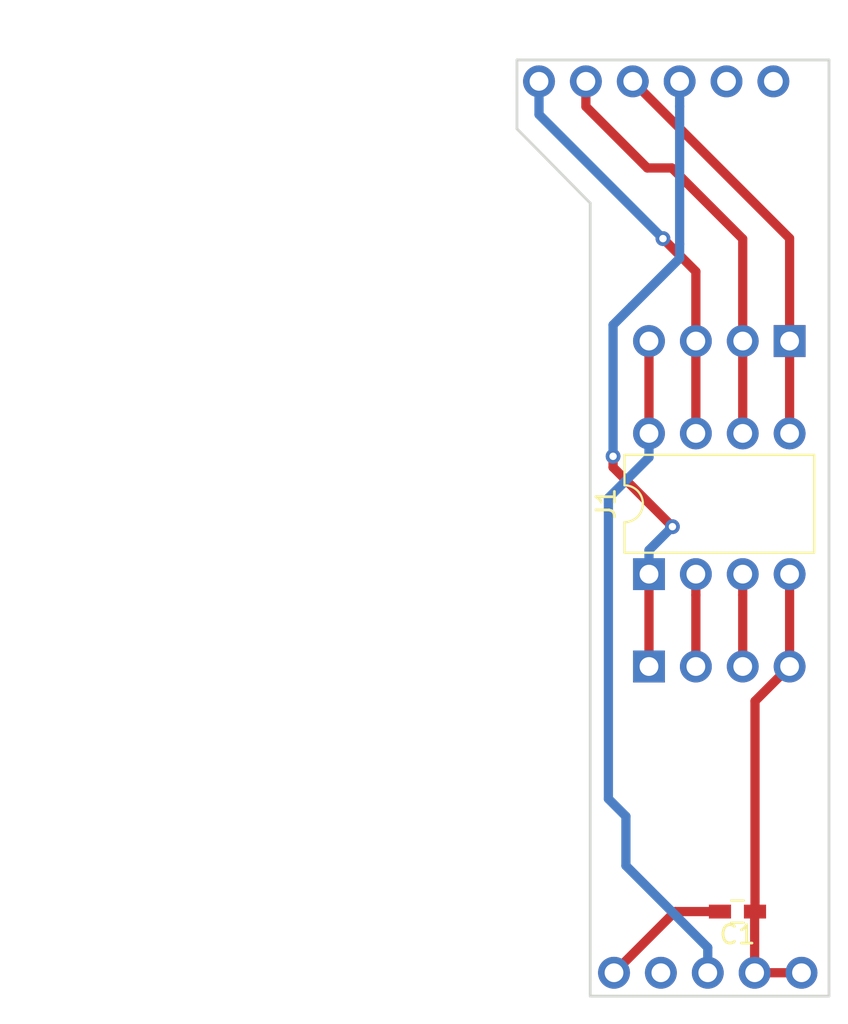
<source format=kicad_pcb>
(kicad_pcb (version 20171130) (host pcbnew "(5.0.0)")

  (general
    (thickness 0.8)
    (drawings 6)
    (tracks 50)
    (zones 0)
    (modules 5)
    (nets 8)
  )

  (page A4)
  (layers
    (0 F.Cu signal)
    (31 B.Cu signal)
    (32 B.Adhes user)
    (33 F.Adhes user)
    (34 B.Paste user)
    (35 F.Paste user)
    (36 B.SilkS user)
    (37 F.SilkS user)
    (38 B.Mask user)
    (39 F.Mask user)
    (40 Dwgs.User user)
    (41 Cmts.User user)
    (42 Eco1.User user)
    (43 Eco2.User user)
    (44 Edge.Cuts user)
    (45 Margin user)
    (46 B.CrtYd user)
    (47 F.CrtYd user)
    (48 B.Fab user)
    (49 F.Fab user)
  )

  (setup
    (last_trace_width 0.5)
    (trace_clearance 0.2)
    (zone_clearance 0.6)
    (zone_45_only no)
    (trace_min 0.2)
    (segment_width 0.2)
    (edge_width 0.15)
    (via_size 0.8)
    (via_drill 0.4)
    (via_min_size 0.4)
    (via_min_drill 0.3)
    (uvia_size 0.3)
    (uvia_drill 0.1)
    (uvias_allowed no)
    (uvia_min_size 0.2)
    (uvia_min_drill 0.1)
    (pcb_text_width 0.3)
    (pcb_text_size 1.5 1.5)
    (mod_edge_width 0.15)
    (mod_text_size 1 1)
    (mod_text_width 0.15)
    (pad_size 1.7272 1.7272)
    (pad_drill 1.016)
    (pad_to_mask_clearance 0.2)
    (aux_axis_origin 0 0)
    (visible_elements 7FFFFFFF)
    (pcbplotparams
      (layerselection 0x010fc_ffffffff)
      (usegerberextensions false)
      (usegerberattributes false)
      (usegerberadvancedattributes false)
      (creategerberjobfile false)
      (excludeedgelayer true)
      (linewidth 0.100000)
      (plotframeref false)
      (viasonmask false)
      (mode 1)
      (useauxorigin false)
      (hpglpennumber 1)
      (hpglpenspeed 20)
      (hpglpendiameter 15.000000)
      (psnegative false)
      (psa4output false)
      (plotreference true)
      (plotvalue true)
      (plotinvisibletext false)
      (padsonsilk false)
      (subtractmaskfromsilk false)
      (outputformat 1)
      (mirror false)
      (drillshape 0)
      (scaleselection 1)
      (outputdirectory "gerbers/"))
  )

  (net 0 "")
  (net 1 "Net-(C1-Pad2)")
  (net 2 "Net-(C1-Pad1)")
  (net 3 "Net-(J1-Pad8)")
  (net 4 "Net-(J1-Pad7)")
  (net 5 "Net-(J1-Pad6)")
  (net 6 "Net-(J1-Pad5)")
  (net 7 "Net-(J1-Pad1)")

  (net_class Default "This is the default net class."
    (clearance 0.2)
    (trace_width 0.5)
    (via_dia 0.8)
    (via_drill 0.4)
    (uvia_dia 0.3)
    (uvia_drill 0.1)
    (add_net "Net-(C1-Pad1)")
    (add_net "Net-(C1-Pad2)")
    (add_net "Net-(J1-Pad1)")
    (add_net "Net-(J1-Pad5)")
    (add_net "Net-(J1-Pad6)")
    (add_net "Net-(J1-Pad7)")
    (add_net "Net-(J1-Pad8)")
  )

  (module Custom:Pin_Header_Angled_1x04_Pitch2.54mm (layer F.Cu) (tedit 5C45E770) (tstamp 5C24AB2C)
    (at 156.124 108.916 90)
    (descr "Through hole angled pin header, 1x04, 2.54mm pitch, 6mm pin length, single row")
    (tags "Through hole angled pin header THT 1x04 2.54mm single row")
    (fp_text reference REF** (at 4.385 -2.27 90) (layer F.SilkS) hide
      (effects (font (size 1 1) (thickness 0.15)))
    )
    (fp_text value Pin_Header_Angled_1x04_Pitch2.54mm (at 4.385 9.89 90) (layer F.Fab)
      (effects (font (size 1 1) (thickness 0.15)))
    )
    (fp_line (start -0.32 7.3) (end -0.32 7.94) (layer F.Fab) (width 0.1))
    (fp_line (start -0.32 4.76) (end -0.32 5.4) (layer F.Fab) (width 0.1))
    (fp_line (start -0.32 2.22) (end -0.32 2.86) (layer F.Fab) (width 0.1))
    (fp_line (start -0.32 -0.32) (end -0.32 0.32) (layer F.Fab) (width 0.1))
    (pad 4 thru_hole oval (at 0 7.62 90) (size 1.7272 1.7272) (drill 1.016) (layers *.Cu *.Mask)
      (net 2 "Net-(C1-Pad1)"))
    (pad 3 thru_hole oval (at 0 5.08 90) (size 1.7272 1.7272) (drill 1.016) (layers *.Cu *.Mask))
    (pad 2 thru_hole oval (at 0 2.54 90) (size 1.7272 1.7272) (drill 1.016) (layers *.Cu *.Mask))
    (pad 1 thru_hole rect (at 0 0 90) (size 1.7272 1.7272) (drill oval 1.016) (layers *.Cu *.Mask)
      (net 7 "Net-(J1-Pad1)"))
    (model ${KISYS3DMOD}/Pin_Headers.3dshapes/Pin_Header_Angled_1x04_Pitch2.54mm.wrl
      (at (xyz 0 0 0))
      (scale (xyz 1 1 1))
      (rotate (xyz 0 0 0))
    )
  )

  (module Custom:Pin_Header_Angled_1x04_Pitch2.54mm (layer F.Cu) (tedit 5C45E795) (tstamp 5C24BA2E)
    (at 163.744 91.296 270)
    (descr "Through hole angled pin header, 1x04, 2.54mm pitch, 6mm pin length, single row")
    (tags "Through hole angled pin header THT 1x04 2.54mm single row")
    (fp_text reference REF** (at 4.385 -2.27 270) (layer F.SilkS) hide
      (effects (font (size 1 1) (thickness 0.15)))
    )
    (fp_text value Pin_Header_Angled_1x04_Pitch2.54mm (at 4.385 9.89 270) (layer F.Fab)
      (effects (font (size 1 1) (thickness 0.15)))
    )
    (fp_line (start -0.32 7.3) (end -0.32 7.94) (layer F.Fab) (width 0.1))
    (fp_line (start -0.32 4.76) (end -0.32 5.4) (layer F.Fab) (width 0.1))
    (fp_line (start -0.32 2.22) (end -0.32 2.86) (layer F.Fab) (width 0.1))
    (fp_line (start -0.32 -0.32) (end -0.32 0.32) (layer F.Fab) (width 0.1))
    (pad 4 thru_hole oval (at 0 7.62 270) (size 1.7272 1.7272) (drill 1.016) (layers *.Cu *.Mask)
      (net 3 "Net-(J1-Pad8)"))
    (pad 3 thru_hole oval (at 0 5.08 270) (size 1.7272 1.7272) (drill 1.016) (layers *.Cu *.Mask)
      (net 4 "Net-(J1-Pad7)"))
    (pad 2 thru_hole oval (at 0 2.54 270) (size 1.7272 1.7272) (drill 1.016) (layers *.Cu *.Mask)
      (net 5 "Net-(J1-Pad6)"))
    (pad 1 thru_hole rect (at 0 0 270) (size 1.7272 1.7272) (drill 1.016) (layers *.Cu *.Mask)
      (net 6 "Net-(J1-Pad5)"))
    (model ${KISYS3DMOD}/Pin_Headers.3dshapes/Pin_Header_Angled_1x04_Pitch2.54mm.wrl
      (at (xyz 0 0 0))
      (scale (xyz 1 1 1))
      (rotate (xyz 0 0 0))
    )
  )

  (module Arduino:Arduino_Uno_Shield_Custom (layer F.Cu) (tedit 5C0BF54A) (tstamp 5C084F7C)
    (at 121.209 128.036)
    (descr https://store.arduino.cc/arduino-uno-rev3)
    (path /5C08301C)
    (fp_text reference XA1 (at 2.54 -54.356) (layer F.SilkS) hide
      (effects (font (size 1 1) (thickness 0.15)))
    )
    (fp_text value Arduino_Uno_Shield (at 15.494 -54.356) (layer F.Fab)
      (effects (font (size 1 1) (thickness 0.15)))
    )
    (pad D11 thru_hole oval (at 34.036 -50.8) (size 1.7272 1.7272) (drill 1.016) (layers *.Cu *.Mask)
      (net 6 "Net-(J1-Pad5)"))
    (pad D12 thru_hole oval (at 31.496 -50.8) (size 1.7272 1.7272) (drill 1.016) (layers *.Cu *.Mask)
      (net 5 "Net-(J1-Pad6)"))
    (pad D13 thru_hole oval (at 28.956 -50.8) (size 1.7272 1.7272) (drill 1.016) (layers *.Cu *.Mask)
      (net 4 "Net-(J1-Pad7)"))
    (pad D10 thru_hole oval (at 36.576 -50.8) (size 1.7272 1.7272) (drill 1.016) (layers *.Cu *.Mask)
      (net 7 "Net-(J1-Pad1)"))
    (pad D9 thru_hole oval (at 39.116 -50.8) (size 1.7272 1.7272) (drill 1.016) (layers *.Cu *.Mask))
    (pad D8 thru_hole oval (at 41.656 -50.8) (size 1.7272 1.7272) (drill 1.016) (layers *.Cu *.Mask))
    (pad RST1 thru_hole oval (at 33.02 -2.54) (size 1.7272 1.7272) (drill 1.016) (layers *.Cu *.Mask)
      (net 1 "Net-(C1-Pad2)"))
    (pad 3V3 thru_hole oval (at 35.56 -2.54) (size 1.7272 1.7272) (drill 1.016) (layers *.Cu *.Mask))
    (pad 5V1 thru_hole oval (at 38.1 -2.54) (size 1.7272 1.7272) (drill 1.016) (layers *.Cu *.Mask)
      (net 3 "Net-(J1-Pad8)"))
    (pad GND2 thru_hole oval (at 40.64 -2.54) (size 1.7272 1.7272) (drill 1.016) (layers *.Cu *.Mask)
      (net 2 "Net-(C1-Pad1)"))
    (pad GND3 thru_hole oval (at 43.18 -2.54) (size 1.7272 1.7272) (drill 1.016) (layers *.Cu *.Mask)
      (net 2 "Net-(C1-Pad1)"))
  )

  (module Capacitors_SMD:C_0603_HandSoldering (layer F.Cu) (tedit 58AA848B) (tstamp 5C084F20)
    (at 160.919 122.184 180)
    (descr "Capacitor SMD 0603, hand soldering")
    (tags "capacitor 0603")
    (path /5C083E67)
    (attr smd)
    (fp_text reference C1 (at 0 -1.25 180) (layer F.SilkS)
      (effects (font (size 1 1) (thickness 0.15)))
    )
    (fp_text value 10uF (at 0 1.5 180) (layer F.Fab)
      (effects (font (size 1 1) (thickness 0.15)))
    )
    (fp_line (start 1.8 0.65) (end -1.8 0.65) (layer F.CrtYd) (width 0.05))
    (fp_line (start 1.8 0.65) (end 1.8 -0.65) (layer F.CrtYd) (width 0.05))
    (fp_line (start -1.8 -0.65) (end -1.8 0.65) (layer F.CrtYd) (width 0.05))
    (fp_line (start -1.8 -0.65) (end 1.8 -0.65) (layer F.CrtYd) (width 0.05))
    (fp_line (start 0.35 0.6) (end -0.35 0.6) (layer F.SilkS) (width 0.12))
    (fp_line (start -0.35 -0.6) (end 0.35 -0.6) (layer F.SilkS) (width 0.12))
    (fp_line (start -0.8 -0.4) (end 0.8 -0.4) (layer F.Fab) (width 0.1))
    (fp_line (start 0.8 -0.4) (end 0.8 0.4) (layer F.Fab) (width 0.1))
    (fp_line (start 0.8 0.4) (end -0.8 0.4) (layer F.Fab) (width 0.1))
    (fp_line (start -0.8 0.4) (end -0.8 -0.4) (layer F.Fab) (width 0.1))
    (fp_text user %R (at 0 -1.25 180) (layer F.Fab)
      (effects (font (size 1 1) (thickness 0.15)))
    )
    (pad 2 smd rect (at 0.95 0 180) (size 1.2 0.75) (layers F.Cu F.Paste F.Mask)
      (net 1 "Net-(C1-Pad2)"))
    (pad 1 smd rect (at -0.95 0 180) (size 1.2 0.75) (layers F.Cu F.Paste F.Mask)
      (net 2 "Net-(C1-Pad1)"))
    (model Capacitors_SMD.3dshapes/C_0603.wrl
      (at (xyz 0 0 0))
      (scale (xyz 1 1 1))
      (rotate (xyz 0 0 0))
    )
  )

  (module Housings_DIP:DIP-8_W7.62mm (layer F.Cu) (tedit 5C45E788) (tstamp 5C084F3C)
    (at 156.124 103.916 90)
    (descr "8-lead though-hole mounted DIP package, row spacing 7.62 mm (300 mils)")
    (tags "THT DIP DIL PDIP 2.54mm 7.62mm 300mil")
    (path /5C083158)
    (fp_text reference J1 (at 3.81 -2.33 90) (layer F.SilkS)
      (effects (font (size 1 1) (thickness 0.15)))
    )
    (fp_text value Conn_02x04_Counter_Clockwise (at 3.81 9.95 90) (layer F.Fab)
      (effects (font (size 1 1) (thickness 0.15)))
    )
    (fp_arc (start 3.81 -1.33) (end 2.81 -1.33) (angle -180) (layer F.SilkS) (width 0.12))
    (fp_line (start 1.635 -1.27) (end 6.985 -1.27) (layer F.Fab) (width 0.1))
    (fp_line (start 6.985 -1.27) (end 6.985 8.89) (layer F.Fab) (width 0.1))
    (fp_line (start 6.985 8.89) (end 0.635 8.89) (layer F.Fab) (width 0.1))
    (fp_line (start 0.635 8.89) (end 0.635 -0.27) (layer F.Fab) (width 0.1))
    (fp_line (start 0.635 -0.27) (end 1.635 -1.27) (layer F.Fab) (width 0.1))
    (fp_line (start 2.81 -1.33) (end 1.16 -1.33) (layer F.SilkS) (width 0.12))
    (fp_line (start 1.16 -1.33) (end 1.16 8.95) (layer F.SilkS) (width 0.12))
    (fp_line (start 1.16 8.95) (end 6.46 8.95) (layer F.SilkS) (width 0.12))
    (fp_line (start 6.46 8.95) (end 6.46 -1.33) (layer F.SilkS) (width 0.12))
    (fp_line (start 6.46 -1.33) (end 4.81 -1.33) (layer F.SilkS) (width 0.12))
    (fp_line (start -1.1 -1.55) (end -1.1 9.15) (layer F.CrtYd) (width 0.05))
    (fp_line (start -1.1 9.15) (end 8.7 9.15) (layer F.CrtYd) (width 0.05))
    (fp_line (start 8.7 9.15) (end 8.7 -1.55) (layer F.CrtYd) (width 0.05))
    (fp_line (start 8.7 -1.55) (end -1.1 -1.55) (layer F.CrtYd) (width 0.05))
    (fp_text user %R (at 3.81 3.81 90) (layer F.Fab)
      (effects (font (size 1 1) (thickness 0.15)))
    )
    (pad 1 thru_hole rect (at 0 0 90) (size 1.7272 1.7272) (drill 1.016) (layers *.Cu *.Mask)
      (net 7 "Net-(J1-Pad1)"))
    (pad 5 thru_hole oval (at 7.62 7.62 90) (size 1.7272 1.7272) (drill 1.016) (layers *.Cu *.Mask)
      (net 6 "Net-(J1-Pad5)"))
    (pad 2 thru_hole oval (at 0 2.54 90) (size 1.7272 1.7272) (drill 1.016) (layers *.Cu *.Mask))
    (pad 6 thru_hole oval (at 7.62 5.08 90) (size 1.7272 1.7272) (drill 1.016) (layers *.Cu *.Mask)
      (net 5 "Net-(J1-Pad6)"))
    (pad 3 thru_hole oval (at 0 5.08 90) (size 1.7272 1.7272) (drill 1.016) (layers *.Cu *.Mask))
    (pad 7 thru_hole oval (at 7.62 2.54 90) (size 1.7272 1.7272) (drill 1.016) (layers *.Cu *.Mask)
      (net 4 "Net-(J1-Pad7)"))
    (pad 4 thru_hole oval (at 0 7.62 90) (size 1.7272 1.7272) (drill 1.016) (layers *.Cu *.Mask)
      (net 2 "Net-(C1-Pad1)"))
    (pad 8 thru_hole oval (at 7.62 0 90) (size 1.7272 1.7272) (drill 1.016) (layers *.Cu *.Mask)
      (net 3 "Net-(J1-Pad8)"))
    (model ${KISYS3DMOD}/Housings_DIP.3dshapes/DIP-8_W7.62mm.wrl
      (at (xyz 0 0 0))
      (scale (xyz 1 1 1))
      (rotate (xyz 0 0 0))
    )
  )

  (gr_line (start 148.971 79.8068) (end 152.93848 83.82508) (layer Edge.Cuts) (width 0.15))
  (gr_line (start 152.93848 83.825038) (end 152.93848 126.761372) (layer Edge.Cuts) (width 0.15))
  (gr_line (start 165.87724 76.07808) (end 165.87724 126.76124) (layer Edge.Cuts) (width 0.15))
  (gr_line (start 148.971 76.07808) (end 165.87724 76.07808) (layer Edge.Cuts) (width 0.15))
  (gr_line (start 152.93848 126.76124) (end 165.87724 126.76124) (layer Edge.Cuts) (width 0.15))
  (gr_line (start 148.971 76.07808) (end 148.971 79.79742) (layer Edge.Cuts) (width 0.15))

  (segment (start 161.204 105.04737) (end 161.204 108.916) (width 0.5) (layer F.Cu) (net 0))
  (segment (start 161.204 103.916) (end 161.204 105.04737) (width 0.5) (layer F.Cu) (net 0))
  (segment (start 158.664 105.04737) (end 158.664 108.916) (width 0.5) (layer F.Cu) (net 0))
  (segment (start 158.664 103.916) (end 158.664 105.04737) (width 0.5) (layer F.Cu) (net 0))
  (segment (start 159.969 122.184) (end 157.541 122.184) (width 0.5) (layer F.Cu) (net 1))
  (segment (start 157.541 122.184) (end 154.229 125.496) (width 0.5) (layer F.Cu) (net 1))
  (segment (start 163.744 103.916) (end 163.744 108.916) (width 0.5) (layer F.Cu) (net 2))
  (segment (start 161.869 110.791) (end 161.869 122.184) (width 0.5) (layer F.Cu) (net 2))
  (segment (start 163.744 108.916) (end 161.869 110.791) (width 0.5) (layer F.Cu) (net 2))
  (segment (start 161.849 122.204) (end 161.869 122.184) (width 0.5) (layer F.Cu) (net 2))
  (segment (start 161.849 125.496) (end 161.849 122.204) (width 0.5) (layer F.Cu) (net 2))
  (segment (start 161.849 125.496) (end 164.389 125.496) (width 0.5) (layer F.Cu) (net 2))
  (segment (start 156.124 96.296) (end 156.124 91.296) (width 0.5) (layer F.Cu) (net 3))
  (segment (start 156.124 97.596) (end 156.124 96.296) (width 0.5) (layer B.Cu) (net 3))
  (segment (start 159.309 124.1324) (end 154.8737 119.6971) (width 0.5) (layer B.Cu) (net 3))
  (segment (start 154.8737 119.6971) (end 154.8737 117.0277) (width 0.5) (layer B.Cu) (net 3))
  (segment (start 159.309 125.496) (end 159.309 124.1324) (width 0.5) (layer B.Cu) (net 3))
  (segment (start 154.8737 117.0277) (end 153.924 116.078) (width 0.5) (layer B.Cu) (net 3))
  (segment (start 153.924 116.078) (end 153.924 99.796) (width 0.5) (layer B.Cu) (net 3))
  (segment (start 153.924 99.796) (end 156.124 97.596) (width 0.5) (layer B.Cu) (net 3))
  (segment (start 156.8814 85.7487) (end 150.165 79.0323) (width 0.5) (layer B.Cu) (net 4))
  (segment (start 150.165 79.0323) (end 150.165 77.236) (width 0.5) (layer B.Cu) (net 4))
  (via (at 156.8814 85.7487) (size 0.8) (layers F.Cu B.Cu) (net 4))
  (segment (start 158.664 91.296) (end 158.664 96.296) (width 0.5) (layer F.Cu) (net 4))
  (segment (start 158.664 87.5313) (end 158.664 91.296) (width 0.5) (layer F.Cu) (net 4))
  (segment (start 156.8814 85.7487) (end 158.664 87.5313) (width 0.5) (layer F.Cu) (net 4))
  (segment (start 152.705 78.5996) (end 156.0311 81.9257) (width 0.5) (layer F.Cu) (net 5))
  (segment (start 152.705 77.236) (end 152.705 78.5996) (width 0.5) (layer F.Cu) (net 5))
  (segment (start 161.204 96.296) (end 161.204 91.296) (width 0.5) (layer F.Cu) (net 5))
  (segment (start 156.0311 81.9257) (end 157.3637 81.9257) (width 0.5) (layer F.Cu) (net 5))
  (segment (start 161.204 85.766) (end 161.204 91.296) (width 0.5) (layer F.Cu) (net 5))
  (segment (start 157.3637 81.9257) (end 161.204 85.766) (width 0.5) (layer F.Cu) (net 5))
  (segment (start 163.744 96.296) (end 163.744 91.296) (width 0.5) (layer F.Cu) (net 6))
  (segment (start 163.744 85.735) (end 155.245 77.236) (width 0.5) (layer F.Cu) (net 6))
  (segment (start 163.744 91.296) (end 163.744 85.735) (width 0.5) (layer F.Cu) (net 6))
  (segment (start 156.124 102.616) (end 157.394 101.346) (width 0.5) (layer B.Cu) (net 7))
  (segment (start 157.785 86.0477) (end 157.785 78.5996) (width 0.5) (layer B.Cu) (net 7))
  (segment (start 157.785 77.236) (end 157.785 78.5996) (width 0.5) (layer B.Cu) (net 7))
  (segment (start 156.124 103.916) (end 156.124 102.616) (width 0.5) (layer B.Cu) (net 7))
  (segment (start 156.124 103.916) (end 156.124 108.916) (width 0.5) (layer F.Cu) (net 7))
  (segment (start 157.785 86.0477) (end 157.785 86.817) (width 0.5) (layer B.Cu) (net 7))
  (segment (start 157.785 86.817) (end 155.194 89.408) (width 0.5) (layer B.Cu) (net 7))
  (segment (start 155.194 89.408) (end 154.178 90.424) (width 0.5) (layer B.Cu) (net 7))
  (segment (start 154.178 90.424) (end 154.178 97.536) (width 0.5) (layer B.Cu) (net 7))
  (segment (start 154.178 97.536) (end 154.178 97.536) (width 0.5) (layer B.Cu) (net 7) (tstamp 5C24DB8F))
  (via (at 154.178 97.536) (size 0.8) (drill 0.4) (layers F.Cu B.Cu) (net 7))
  (segment (start 157.394 101.346) (end 157.394 101.346) (width 0.5) (layer B.Cu) (net 7) (tstamp 5C24DB91))
  (via (at 157.394 101.346) (size 0.8) (drill 0.4) (layers F.Cu B.Cu) (net 7))
  (segment (start 154.178 98.13) (end 157.394 101.346) (width 0.5) (layer F.Cu) (net 7))
  (segment (start 154.178 97.536) (end 154.178 98.13) (width 0.5) (layer F.Cu) (net 7))

)

</source>
